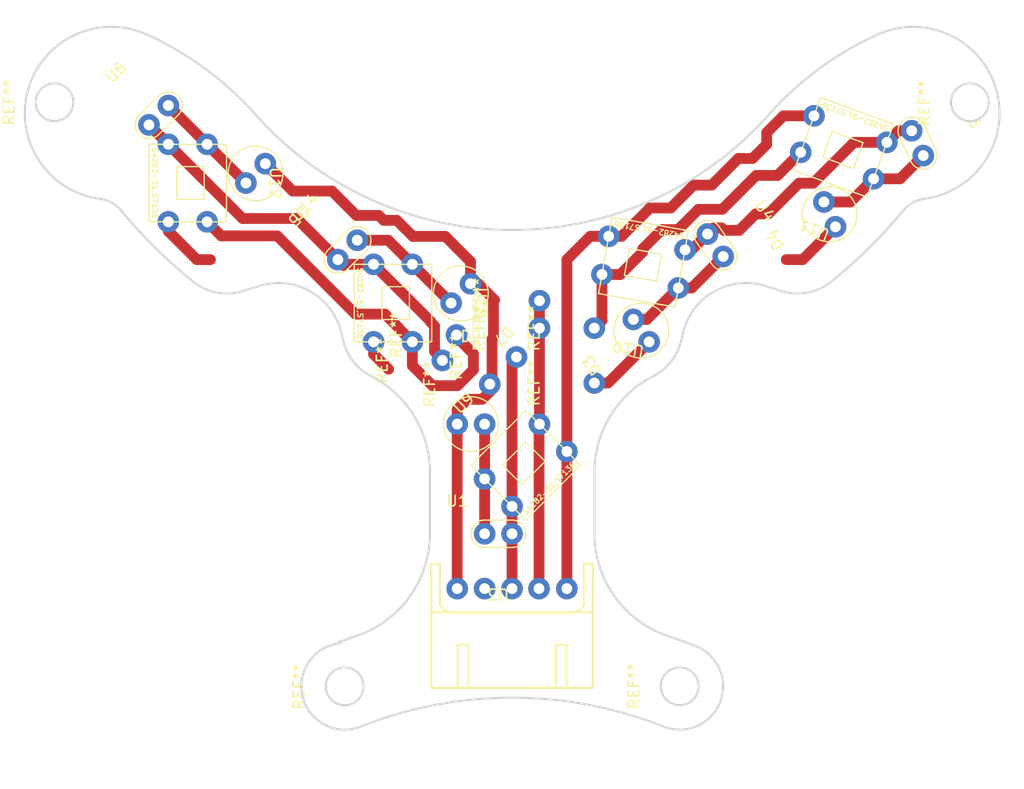
<source format=kicad_pcb>
(kicad_pcb (version 20211014) (generator pcbnew)
  (layers (0 "F.Cu" signal) (31 "B.Cu" signal) (34 "B.Paste" user) (35 "F.Paste" user) (36 "B.SilkS" user "B.Silkscreen") (37 "F.SilkS" user "F.Silkscreen") (38 "B.Mask" user) (39 "F.Mask" user) (44 "Edge.Cuts" user))
  (net 0 "")
  (net 1 "LINE_LED")
  (net 2 "Net-(D2-Pad2)")
  (net 3 "Net-(D3-Pad2)")
  (net 4 "Net-(D4-Pad2)")
  (net 5 "Net-(D5-Pad2)")
  (net 6 "Net-(D7-Pad2)")
  (net 7 "LINE_data")
  (net 8 "GND")
  (net 9 "+5V")
  (footprint "自分のフットプリント:セラミックコンデンサー" (layer "F.Cu") (at 108.207316 -25.632181 -65)
    (fp_text reference "U5" (at 0 -0.5 -65 unlocked) (layer "F.SilkS"))
    (fp_text value "セラミックコンデンサー")
    (fp_line (start -1.27 6.35) (end 1.27 6.35) (layer "F.SilkS") (width 0.12))
    (fp_line (start -1.27 3.81) (end 1.27 3.81) (layer "F.SilkS") (width 0.12))
    (fp_arc (start -1.27 6.35) (mid -2.54 5.08) (end -1.27 3.81) (layer "F.SilkS") (width 0.12))
    (fp_arc (start 1.27 3.81) (mid 2.54 5.08) (end 1.27 6.35) (layer "F.SilkS") (width 0.12))
    (pad "1" thru_hole circle (at -1.27 5.08 295) (size 2 2) (drill 1) (layers F&B.Cu *.Mask) (net 9 "+5V"))
    (pad "2" thru_hole circle (at 1.27 5.08 295) (size 2 2) (drill 1) (layers F&B.Cu *.Mask) (net 4 "Net-(D4-Pad2)"))
  )
  (footprint "MountingHole:MountingHole_3.2mm_M3" (layer "F.Cu") (at 23.649998 -27.27 90)
    (fp_text reference "REF**" (at 0 -4.2 90) (layer "F.SilkS"))
    (fp_text value "MountingHole_3.2mm_M3")
    (pad "" np_thru_hole circle (at 0 0 90) (size 3.2 3.2) (drill 3.2) (layers *.Cu *.Mask))
  )
  (footprint "自分のフットプリント:ジャンパ線" (layer "F.Cu") (at 63.499998 -8.89 90)
    (fp_text reference "REF**" (at 0 -0.5 90 unlocked) (layer "F.SilkS"))
    (fp_text value "ジャンパ線")
    (pad "1" thru_hole circle (at 0 5.08 90) (size 2 2) (drill 1) (layers *.Cu *.Mask))
  )
  (footprint "自分のフットプリント:S4282-51,S7136" (layer "F.Cu") (at 94.168575 -15.943219 160)
    (fp_text reference "U11" (at 0 -0.5 160 unlocked) (layer "F.SilkS"))
    (fp_text value "S3")
    (fp_text user "S4282-51,S7136" (at 0 10.668 160 unlocked) (layer "F.SilkS") (effects (font (size 0.5 0.5) (thickness 0.1))))
    (fp_line (start -3.592102 11.212102) (end -3.592102 4.027898) (layer "F.SilkS") (width 0.12))
    (fp_line (start 3.592102 4.027898) (end 3.592102 11.212102) (layer "F.SilkS") (width 0.12))
    (fp_line (start -3.592102 4.027898) (end 3.592102 4.027898) (layer "F.SilkS") (width 0.12))
    (fp_line (start 3.592102 11.212102) (end -3.592102 11.212102) (layer "F.SilkS") (width 0.12))
    (fp_rect (start -1.524 6.096) (end 1.524 8.636) (layer "F.SilkS") (width 0.12) (fill none))
    (pad "1" thru_hole circle (at -3.592102 5.823949 205) (size 2 2) (drill 1) (layers F&B.Cu *.Mask) (net 4 "Net-(D4-Pad2)"))
    (pad "2" thru_hole circle (at -3.592102 9.416051 205) (size 2 2) (drill 1) (layers F&B.Cu *.Mask) (net 9 "+5V"))
    (pad "3" thru_hole circle (at 3.592102 9.416051 205) (size 2 2) (drill 1) (layers F&B.Cu *.Mask) (net 7 "LINE_data"))
    (pad "4" thru_hole circle (at 3.592102 5.823949 205) (size 2 2) (drill 1) (layers F&B.Cu *.Mask) (net 8 "GND"))
  )
  (footprint "自分のフットプリント:ジャンパ線" (layer "F.Cu") (at 68.579998 -1.27 90)
    (fp_text reference "REF**" (at 0 -0.5 90 unlocked) (layer "F.SilkS"))
    (fp_text value "ジャンパ線")
    (pad "1" thru_hole circle (at 0 5.08 90) (size 2 2) (drill 1) (layers F&B.Cu *.Mask))
  )
  (footprint "自分のフットプリント:セラミックコンデンサー" (layer "F.Cu") (at 29.709614 -29.672231 45)
    (fp_text reference "U6" (at 0 -0.499999 45 unlocked) (layer "F.SilkS"))
    (fp_text value "セラミックコンデンサー")
    (fp_line (start -1.27 6.35) (end 1.27 6.35) (layer "F.SilkS") (width 0.12))
    (fp_line (start -1.27 3.81) (end 1.27 3.81) (layer "F.SilkS") (width 0.12))
    (fp_arc (start 1.27 3.81) (mid 2.54 5.08) (end 1.27 6.35) (layer "F.SilkS") (width 0.12))
    (fp_arc (start -1.27 6.35) (mid -2.54 5.08) (end -1.27 3.81) (layer "F.SilkS") (width 0.12))
    (pad "1" thru_hole circle (at -1.27 5.08 45) (size 2 2) (drill 1) (layers *.Cu *.Mask) (net 9 "+5V"))
    (pad "2" thru_hole circle (at 1.27 5.08 45) (size 2 2) (drill 1) (layers *.Cu *.Mask) (net 5 "Net-(D5-Pad2)"))
  )
  (footprint "MountingHole:MountingHole_3.2mm_M3" (layer "F.Cu") (at 81.509998 26.81 90)
    (fp_text reference "REF**" (at 0 -4.2 90) (layer "F.SilkS"))
    (fp_text value "MountingHole_3.2mm_M3")
    (pad "" np_thru_hole circle (at 0 0 90) (size 3.2 3.2) (drill 3.2) (layers F&B.Cu *.Mask))
  )
  (footprint "自分のフットプリント:S4282-51,S7136" (layer "F.Cu") (at 76.895559 -4.962707 170)
    (fp_text reference "U10" (at 0 -0.5 170 unlocked) (layer "F.SilkS"))
    (fp_text value "S2")
    (fp_text user "S4282-51,S7136" (at 0 10.668 170 unlocked) (layer "F.SilkS") (effects (font (size 0.5 0.5) (thickness 0.1))))
    (fp_line (start 3.592102 4.027898) (end 3.592102 11.212102) (layer "F.SilkS") (width 0.12))
    (fp_line (start -3.592102 11.212102) (end -3.592102 4.027898) (layer "F.SilkS") (width 0.12))
    (fp_line (start 3.592102 11.212102) (end -3.592102 11.212102) (layer "F.SilkS") (width 0.12))
    (fp_line (start -3.592102 4.027898) (end 3.592102 4.027898) (layer "F.SilkS") (width 0.12))
    (fp_rect (start -1.524 6.096) (end 1.524 8.636) (layer "F.SilkS") (width 0.12) (fill none))
    (pad "1" thru_hole circle (at -3.592102 5.823949 215) (size 2 2) (drill 1) (layers F&B.Cu *.Mask) (net 3 "Net-(D3-Pad2)"))
    (pad "2" thru_hole circle (at -3.592102 9.416051 215) (size 2 2) (drill 1) (layers F&B.Cu *.Mask) (net 9 "+5V"))
    (pad "3" thru_hole circle (at 3.592102 9.416051 215) (size 2 2) (drill 1) (layers F&B.Cu *.Mask) (net 7 "LINE_data"))
    (pad "4" thru_hole circle (at 3.592102 5.823949 215) (size 2 2) (drill 1) (layers F&B.Cu *.Mask) (net 8 "GND"))
  )
  (footprint "自分のフットプリント:LED" (layer "F.Cu") (at 62.229998 -2.54)
    (fp_text reference "D2" (at 0 -3.04 unlocked) (layer "F.SilkS"))
    (fp_text value "LED")
    (fp_circle (center 0 5.08) (end 0 2.54) (layer "F.SilkS") (width 0.12) (fill none))
    (pad "1" thru_hole circle (at -1.27 5.08) (size 2 2) (drill 1) (layers F&B.Cu *.Mask) (net 1 "LINE_LED"))
    (pad "2" thru_hole circle (at 1.27 5.08) (size 2 2) (drill 1) (layers F&B.Cu *.Mask) (net 2 "Net-(D2-Pad2)"))
  )
  (footprint "MountingHole:MountingHole_3.2mm_M3" (layer "F.Cu") (at 50.489998 26.88 90)
    (fp_text reference "REF**" (at 0 -4.2 90) (layer "F.SilkS"))
    (fp_text value "MountingHole_3.2mm_M3")
    (pad "" np_thru_hole circle (at 0 0 90) (size 3.2 3.2) (drill 3.2) (layers F&B.Cu *.Mask))
  )
  (footprint "自分のフットプリント:ジャンパ線" (layer "F.Cu") (at 63.499998 -6.35 90)
    (fp_text reference "REF**" (at 0 -0.5 90 unlocked) (layer "F.SilkS"))
    (fp_text value "ジャンパ線")
    (pad "1" thru_hole circle (at 0 5.08 90) (size 2 2) (drill 1) (layers F&B.Cu *.Mask))
  )
  (footprint "自分のフットプリント:ジャンパ線" (layer "F.Cu") (at 58.899998 -1.16 90)
    (fp_text reference "REF**" (at 0 -0.5 90 unlocked) (layer "F.SilkS"))
    (fp_text value "ジャンパ線")
    (pad "1" thru_hole circle (at 0 5.08 90) (size 2 2) (drill 1) (layers F&B.Cu *.Mask))
  )
  (footprint "自分のフットプリント:S4282-51,S7136" (layer "F.Cu") (at 43.615793 -19.793949 -90)
    (fp_text reference "U12" (at 0 -0.5 -90 unlocked) (layer "F.SilkS"))
    (fp_text value "S0")
    (fp_text user "S4282-51,S7136" (at 0 10.668 -90 unlocked) (layer "F.SilkS") (effects (font (size 0.5 0.5) (thickness 0.1))))
    (fp_line (start -3.592102 11.212102) (end -3.592102 4.027898) (layer "F.SilkS") (width 0.12))
    (fp_line (start 3.592102 11.212102) (end -3.592102 11.212102) (layer "F.SilkS") (width 0.12))
    (fp_line (start 3.592102 4.027898) (end 3.592102 11.212102) (layer "F.SilkS") (width 0.12))
    (fp_line (start -3.592102 4.027898) (end 3.592102 4.027898) (layer "F.SilkS") (width 0.12))
    (fp_rect (start -1.524 6.096) (end 1.524 8.636) (layer "F.SilkS") (width 0.12) (fill none))
    (pad "1" thru_hole circle (at -3.592102 5.823949 315) (size 2 2) (drill 1) (layers *.Cu *.Mask) (net 5 "Net-(D5-Pad2)"))
    (pad "2" thru_hole circle (at -3.592102 9.416051 315) (size 2 2) (drill 1) (layers *.Cu *.Mask) (net 9 "+5V"))
    (pad "3" thru_hole circle (at 3.592102 9.416051 315) (size 2 2) (drill 1) (layers *.Cu *.Mask) (net 7 "LINE_data"))
    (pad "4" thru_hole circle (at 3.592102 5.823949 315) (size 2 2) (drill 1) (layers *.Cu *.Mask) (net 8 "GND"))
  )
  (footprint "自分のフットプリント:L字コネクター5ピン" (layer "F.Cu") (at 60.959998 10.16)
    (fp_text reference "U1" (at 0 -0.5 unlocked) (layer "F.SilkS"))
    (fp_text value "コネクター5ピン")
    (fp_line (start 9.12 12.82) (end 10.12 12.82) (layer "F.SilkS") (width 0.2))
    (fp_line (start 5.12 16.82) (end 2.67 16.82) (layer "F.SilkS") (width 0.2))
    (fp_line (start -2.41 9.82) (end -2.41 5.32) (layer "F.SilkS") (width 0.2))
    (fp_line (start 2.67 16.82) (end 0.13 16.82) (layer "F.SilkS") (width 0.2))
    (fp_line (start 1.04 16.82) (end 1.04 12.82) (layer "F.SilkS") (width 0.2))
    (fp_line (start 4.47 9.82) (end 12.57 9.82) (layer "F.SilkS") (width 0.2))
    (fp_line (start -1.61 5.32) (end -1.61 8.82) (layer "F.SilkS") (width 0.2))
    (fp_line (start 10.12 16.82) (end 9.12 16.82) (layer "F.SilkS") (width 0.2))
    (fp_line (start 9.12 12.82) (end 9.12 16.82) (layer "F.SilkS") (width 0.2))
    (fp_line (start 2.67 9.82) (end 4.47 9.82) (layer "F.SilkS") (width 0.2))
    (fp_line (start -2.41 5.32) (end -1.61 5.32) (layer "F.SilkS") (width 0.2))
    (fp_line (start 1.04 12.82) (end 0.04 12.82) (layer "F.SilkS") (width 0.2))
    (fp_line (start -2.41 9.82) (end 1.93 9.82) (layer "F.SilkS") (width 0.2))
    (fp_line (start 1.93 9.82) (end 2.67 9.82) (layer "F.SilkS") (width 0.2))
    (fp_line (start 6.12 16.82) (end 5.12 16.82) (layer "F.SilkS") (width 0.2))
    (fp_line (start 0.13 16.82) (end -2.41 16.82) (layer "F.SilkS") (width 0.2))
    (fp_line (start 0.04 12.82) (end 0.04 16.82) (layer "F.SilkS") (width 0.2))
    (fp_line (start 10.12 12.82) (end 10.12 16.82) (layer "F.SilkS") (width 0.2))
    (fp_line (start 12.57 16.82) (end 10.12 16.82) (layer "F.SilkS") (width 0.2))
    (fp_line (start 12.57 9.82) (end 12.57 16.82) (layer "F.SilkS") (width 0.2))
    (fp_line (start 6.12 16.82) (end 9.12 16.82) (layer "F.SilkS") (width 0.2))
    (fp_line (start 11.77 8.82) (end 11.77 5.32) (layer "F.SilkS") (width 0.2))
    (fp_line (start 9.12 16.82) (end 9.12 12.82) (layer "F.SilkS") (width 0.2))
    (fp_line (start 11.77 5.32) (end 12.57 5.32) (layer "F.SilkS") (width 0.2))
    (fp_line (start 12.57 5.32) (end 12.57 9.82) (layer "F.SilkS") (width 0.2))
    (fp_line (start 9.12 16.82) (end 6.12 16.82) (layer "F.SilkS") (width 0.2))
    (fp_line (start -2.41 16.82) (end -2.41 9.82) (layer "F.SilkS") (width 0.2))
    (fp_arc (start -0.61 9.82) (mid -1.317107 9.527107) (end -1.61 8.82) (layer "F.SilkS") (width 0.2))
    (fp_arc (start 11.77 8.82) (mid 11.477107 9.527107) (end 10.77 9.82) (layer "F.SilkS") (width 0.2))
    (pad "1" thru_hole circle (at 0 7.62 180) (size 2 2) (drill 1) (layers F&B.Cu *.Mask) (net 1 "LINE_LED"))
    (pad "2" thru_hole circle (at 2.54 7.62 180) (size 2 2) (drill 1) (layers F&B.Cu *.Mask))
    (pad "3" thru_hole circle (at 5.08 7.62 180) (size 2 2) (drill 1) (layers F&B.Cu *.Mask) (net 9 "+5V"))
    (pad "4" thru_hole circle (at 7.58 7.62 180) (size 2 2) (drill 1) (layers F&B.Cu *.Mask) (net 8 "GND"))
    (pad "5" thru_hole circle (at 10.16 7.62 180) (size 2 2) (drill 1) (layers F&B.Cu *.Mask) (net 7 "LINE_data"))
  )
  (footprint "自分のフットプリント:ジャンパ線" (layer "F.Cu") (at 61.369998 -3.68 90)
    (fp_text reference "REF**" (at 0 -0.5 90 unlocked) (layer "F.SilkS"))
    (fp_text value "ジャンパ線")
    (pad "1" thru_hole circle (at 0 5.08 90) (size 2 2) (drill 1) (layers F&B.Cu *.Mask))
  )
  (footprint "自分のフットプリント:S4282-51,S7136" (layer "F.Cu") (at 62.628407 -8.672102 -90)
    (fp_text reference "U15" (at 0 -0.5 -90 unlocked) (layer "F.SilkS"))
    (fp_text value "S0")
    (fp_text user "S4282-51,S7136" (at 0 10.668 -90 unlocked) (layer "F.SilkS") (effects (font (size 0.5 0.5) (thickness 0.1))))
    (fp_line (start -3.592102 4.027898) (end 3.592102 4.027898) (layer "F.SilkS") (width 0.12))
    (fp_line (start -3.592102 11.212102) (end -3.592102 4.027898) (layer "F.SilkS") (width 0.12))
    (fp_line (start 3.592102 4.027898) (end 3.592102 11.212102) (layer "F.SilkS") (width 0.12))
    (fp_line (start 3.592102 11.212102) (end -3.592102 11.212102) (layer "F.SilkS") (width 0.12))
    (fp_rect (start -1.524 6.096) (end 1.524 8.636) (layer "F.SilkS") (width 0.12) (fill none))
    (pad "1" thru_hole circle (at -3.592102 5.823949 315) (size 2 2) (drill 1) (layers *.Cu *.Mask) (net 6 "Net-(D7-Pad2)"))
    (pad "2" thru_hole circle (at -3.592102 9.416051 315) (size 2 2) (drill 1) (layers *.Cu *.Mask) (net 9 "+5V"))
    (pad "3" thru_hole circle (at 3.592102 9.416051 315) (size 2 2) (drill 1) (layers *.Cu *.Mask) (net 7 "LINE_data"))
    (pad "4" thru_hole circle (at 3.592102 5.823949 315) (size 2 2) (drill 1) (layers *.Cu *.Mask) (net 8 "GND"))
  )
  (footprint "自分のフットプリント:セラミックコンデンサー" (layer "F.Cu") (at 47.207893 -17.190128 45)
    (fp_text reference "U14" (at 0 -0.499999 45 unlocked) (layer "F.SilkS"))
    (fp_text value "セラミックコンデンサー")
    (fp_line (start -1.27 3.81) (end 1.27 3.81) (layer "F.SilkS") (width 0.12))
    (fp_line (start -1.27 6.35) (end 1.27 6.35) (layer "F.SilkS") (width 0.12))
    (fp_arc (start -1.27 6.35) (mid -2.54 5.08) (end -1.27 3.81) (layer "F.SilkS") (width 0.12))
    (fp_arc (start 1.27 3.81) (mid 2.54 5.08) (end 1.27 6.35) (layer "F.SilkS") (width 0.12))
    (pad "1" thru_hole circle (at -1.27 5.08 45) (size 2 2) (drill 1) (layers *.Cu *.Mask) (net 9 "+5V"))
    (pad "2" thru_hole circle (at 1.27 5.08 45) (size 2 2) (drill 1) (layers *.Cu *.Mask) (net 6 "Net-(D7-Pad2)"))
  )
  (footprint "MountingHole:MountingHole_3.2mm_M3" (layer "F.Cu") (at 108.445225 -27.23 90)
    (fp_text reference "REF**" (at 0 -4.2 90) (layer "F.SilkS"))
    (fp_text value "MountingHole_3.2mm_M3")
    (pad "" np_thru_hole circle (at 0 0 90) (size 3.2 3.2) (drill 3.2) (layers F&B.Cu *.Mask))
  )
  (footprint "自分のフットプリント:ジャンパ線" (layer "F.Cu") (at 55.819998 -5.72 90)
    (fp_text reference "REF**" (at 0 -0.5 90 unlocked) (layer "F.SilkS"))
    (fp_text value "ジャンパ線")
    (pad "1" thru_hole circle (at 0 5.08 90) (size 2 2) (drill 1) (layers F&B.Cu *.Mask))
  )
  (footprint "自分のフットプリント:LED" (layer "F.Cu") (at 90.864592 -14.742557 115)
    (fp_text reference "D4" (at 0 -0.5 115 unlocked) (layer "F.SilkS"))
    (fp_text value "LED")
    (fp_circle (center 0 5.08) (end 0 2.54) (layer "F.SilkS") (width 0.12) (fill none))
    (pad "1" thru_hole circle (at -1.27 5.08 115) (size 2 2) (drill 1) (layers F&B.Cu *.Mask) (net 1 "LINE_LED"))
    (pad "2" thru_hole circle (at 1.27 5.08 115) (size 2 2) (drill 1) (layers F&B.Cu *.Mask) (net 4 "Net-(D4-Pad2)"))
  )
  (footprint "自分のフットプリント:LED" (layer "F.Cu") (at 64.886689 -5.978025 -135)
    (fp_text reference "D7" (at 0 -0.499999 -135 unlocked) (layer "F.SilkS"))
    (fp_text value "LED")
    (fp_circle (center 0 5.08) (end 0 2.54) (layer "F.SilkS") (width 0.12) (fill none))
    (pad "1" thru_hole circle (at -1.27 5.08 225) (size 2 2) (drill 1) (layers *.Cu *.Mask) (net 1 "LINE_LED"))
    (pad "2" thru_hole circle (at 1.27 5.08 225) (size 2 2) (drill 1) (layers *.Cu *.Mask) (net 6 "Net-(D7-Pad2)"))
  )
  (footprint "自分のフットプリント:LED" (layer "F.Cu") (at 45.874075 -17.099872 -135)
    (fp_text reference "D5" (at 0 -0.499999 -135 unlocked) (layer "F.SilkS"))
    (fp_text value "LED")
    (fp_circle (center 0 5.08) (end 0 2.54) (layer "F.SilkS") (width 0.12) (fill none))
    (pad "1" thru_hole circle (at -1.27 5.08 225) (size 2 2) (drill 1) (layers *.Cu *.Mask) (net 1 "LINE_LED"))
    (pad "2" thru_hole circle (at 1.27 5.08 225) (size 2 2) (drill 1) (layers *.Cu *.Mask) (net 5 "Net-(D5-Pad2)"))
  )
  (footprint "自分のフットプリント:セラミックコンデンサー" (layer "F.Cu") (at 89.038549 -16.942275 -55)
    (fp_text reference "U4" (at 0 -0.5 -55 unlocked) (layer "F.SilkS"))
    (fp_text value "セラミックコンデンサー")
    (fp_line (start -1.27 6.35) (end 1.27 6.35) (layer "F.SilkS") (width 0.12))
    (fp_line (start -1.27 3.81) (end 1.27 3.81) (layer "F.SilkS") (width 0.12))
    (fp_arc (start -1.27 6.35) (mid -2.54 5.08) (end -1.27 3.81) (layer "F.SilkS") (width 0.12))
    (fp_arc (start 1.27 3.81) (mid 2.54 5.08) (end 1.27 6.35) (layer "F.SilkS") (width 0.12))
    (pad "1" thru_hole circle (at -1.27 5.08 305) (size 2 2) (drill 1) (layers F&B.Cu *.Mask) (net 9 "+5V"))
    (pad "2" thru_hole circle (at 1.27 5.08 305) (size 2 2) (drill 1) (layers F&B.Cu *.Mask) (net 3 "Net-(D3-Pad2)"))
  )
  (footprint "自分のフットプリント:S4282-51,S7136" (layer "F.Cu") (at 61.921845 0.961846 45)
    (fp_text reference "U9" (at 0 -0.499999 45 unlocked) (layer "F.SilkS"))
    (fp_text value "S1")
    (fp_text user "S4282-51,S7136" (at 0 10.668 45 unlocked) (layer "F.SilkS") (effects (font (size 0.5 0.5) (thickness 0.1))))
    (fp_line (start 3.592102 11.212102) (end -3.592102 11.212102) (layer "F.SilkS") (width 0.12))
    (fp_line (start -3.592102 4.027898) (end 3.592102 4.027898) (layer "F.SilkS") (width 0.12))
    (fp_line (start -3.592102 11.212102) (end -3.592102 4.027898) (layer "F.SilkS") (width 0.12))
    (fp_line (start 3.592102 4.027898) (end 3.592102 11.212102) (layer "F.SilkS") (width 0.12))
    (fp_rect (start -1.524 6.096) (end 1.524 8.636) (layer "F.SilkS") (width 0.12) (fill none))
    (pad "1" thru_hole circle (at -3.592102 5.823949 90) (size 2 2) (drill 1) (layers F&B.Cu *.Mask) (net 2 "Net-(D2-Pad2)"))
    (pad "2" thru_hole circle (at -3.592102 9.416051 90) (size 2 2) (drill 1) (layers F&B.Cu *.Mask) (net 9 "+5V"))
    (pad "3" thru_hole circle (at 3.592102 9.416051 90) (size 2 2) (drill 1) (layers F&B.Cu *.Mask) (net 7 "LINE_data"))
    (pad "4" thru_hole circle (at 3.592102 5.823949 90) (size 2 2) (drill 1) (layers F&B.Cu *.Mask) (net 8 "GND"))
  )
  (footprint "自分のフットプリント:ジャンパ線" (layer "F.Cu") (at 54.509998 -3.36 90)
    (fp_text reference "REF**" (at 0 -0.5 90 unlocked) (layer "F.SilkS"))
    (fp_text value "ジャンパ線")
    (pad "1" thru_hole circle (at 0 5.08 90) (size 2 2) (drill 1) (layers F&B.Cu *.Mask))
  )
  (footprint "自分のフットプリント:ジャンパ線" (layer "F.Cu") (at 68.579998 -6.35 90)
    (fp_text reference "REF**" (at 0 -0.5 90 unlocked) (layer "F.SilkS"))
    (fp_text value "ジャンパ線")
    (pad "1" thru_hole circle (at 0 5.08 90) (size 2 2) (drill 1) (layers F&B.Cu *.Mask))
  )
  (footprint "自分のフットプリント:LED" (layer "F.Cu") (at 73.850264 -3.206555 125)
    (fp_text reference "D3" (at 0 -0.5 125 unlocked) (layer "F.SilkS"))
    (fp_text value "LED")
    (fp_circle (center 0 5.08) (end 0 2.54) (layer "F.SilkS") (width 0.12) (fill none))
    (pad "1" thru_hole circle (at -1.27 5.08 125) (size 2 2) (drill 1) (layers F&B.Cu *.Mask) (net 1 "LINE_LED"))
    (pad "2" thru_hole circle (at 1.27 5.08 125) (size 2 2) (drill 1) (layers F&B.Cu *.Mask) (net 3 "Net-(D3-Pad2)"))
  )
  (footprint "自分のフットプリント:セラミックコンデンサー" (layer "F.Cu") (at 64.769998 17.78 180)
    (fp_text reference "U3" (at 0 -0.5 180 unlocked) (layer "F.SilkS"))
    (fp_text value "セラミックコンデンサー")
    (fp_line (start -1.27 6.35) (end 1.27 6.35) (layer "F.SilkS") (width 0.12))
    (fp_line (start -1.27 3.81) (end 1.27 3.81) (layer "F.SilkS") (width 0.12))
    (fp_arc (start -1.27 6.35) (mid -2.54 5.08) (end -1.27 3.81) (layer "F.SilkS") (width 0.12))
    (fp_arc (start 1.27 3.81) (mid 2.54 5.08) (end 1.27 6.35) (layer "F.SilkS") (width 0.12))
    (pad "1" thru_hole circle (at -1.27 5.08 180) (size 2 2) (drill 1) (layers F&B.Cu *.Mask) (net 9 "+5V"))
    (pad "2" thru_hole circle (at 1.27 5.08 180) (size 2 2) (drill 1) (layers F&B.Cu *.Mask) (net 2 "Net-(D2-Pad2)"))
  )
  (gr_arc (start 89.839958 -26.138521) (mid 66.043394 -15.450828) (end 42.254778 -26.156204) (layer "Edge.Cuts") (width 0.2))
  (gr_line (start 58.435226 6.999972) (end 58.435226 12.690459) (layer "Edge.Cuts") (width 0.2))
  (gr_arc (start 27.87801 -18.331028) (mid 28.94209 -17.982568) (end 29.804313 -17.26823) (layer "Edge.Cuts") (width 0.2))
  (gr_arc (start 41.181974 -9.805413) (mid 38.721791 -9.638523) (end 36.480995 -10.667713) (layer "Edge.Cuts") (width 0.2))
  (gr_arc (start 52.984889 -1.905114) (mid 56.964487 1.779658) (end 58.435226 6.999972) (layer "Edge.Cuts") (width 0.2))
  (gr_circle (center 81.576075 26.830726) (end 83.326075 26.830726) (layer "Edge.Cuts") (width 0.2) (fill none))
  (gr_arc (start 36.480995 -10.667713) (mid 32.977607 -13.80102) (end 29.804313 -17.26823) (layer "Edge.Cuts") (width 0.2))
  (gr_line (start 81.718965 -5.217352) (end 81.87827 -5.897462) (layer "Edge.Cuts") (width 0.2))
  (gr_arc (start 52.984889 -1.905114) (mid 51.322888 -3.275215) (end 50.391487 -5.217352) (layer "Edge.Cuts") (width 0.2))
  (gr_arc (start 32.362736 -33.479019) (mid 37.68832 -30.330345) (end 42.254778 -26.156204) (layer "Edge.Cuts") (width 0.2))
  (gr_arc (start 52.011958 30.563405) (mid 46.639809 27.80462) (end 50.081092 22.841907) (layer "Edge.Cuts") (width 0.2))
  (gr_arc (start 73.675226 6.999972) (mid 75.145963 1.779657) (end 79.125563 -1.905114) (layer "Edge.Cuts") (width 0.2))
  (gr_circle (center 108.460453 -27.277263) (end 110.210453 -27.277263) (layer "Edge.Cuts") (width 0.2) (fill none))
  (gr_circle (center 23.649999 -27.277263) (end 25.399999 -27.277263) (layer "Edge.Cuts") (width 0.2) (fill none))
  (gr_line (start 89.481062 -10.264878) (end 90.928478 -9.805413) (layer "Edge.Cuts") (width 0.2))
  (gr_line (start 41.181974 -9.805413) (end 42.629387 -10.264887) (layer "Edge.Cuts") (width 0.2))
  (gr_arc (start 108.850535 -20.596277) (mid 106.728529 -19.082368) (end 104.232467 -18.331028) (layer "Edge.Cuts") (width 0.2))
  (gr_line (start 49.982308 22.743123) (end 50.081092 22.841907) (layer "Edge.Cuts") (width 0.2))
  (gr_arc (start 81.87827 -5.897462) (mid 84.73148 -9.731771) (end 89.481062 -10.264878) (layer "Edge.Cuts") (width 0.2))
  (gr_arc (start 81.718965 -5.217352) (mid 80.787544 -3.275232) (end 79.125563 -1.905114) (layer "Edge.Cuts") (width 0.2))
  (gr_line (start 95.629457 -10.667713) (end 97.048092 -11.86122) (layer "Edge.Cuts") (width 0.2))
  (gr_arc (start 83.053656 23.098046) (mid 85.308759 28.308312) (end 80.098494 30.563405) (layer "Edge.Cuts") (width 0.2))
  (gr_arc (start 95.629457 -10.667713) (mid 93.388669 -9.638503) (end 90.928478 -9.805413) (layer "Edge.Cuts") (width 0.2))
  (gr_arc (start 27.87801 -18.331028) (mid 21.234204 -28.535864) (end 32.362736 -33.479019) (layer "Edge.Cuts") (width 0.2))
  (gr_line (start 108.850535 -20.596277) (end 108.862228 -20.607971) (layer "Edge.Cuts") (width 0.2))
  (gr_arc (start 58.435226 12.690459) (mid 56.539591 18.548725) (end 51.571371 22.185963) (layer "Edge.Cuts") (width 0.2))
  (gr_arc (start 52.011958 30.563405) (mid 66.055226 27.885) (end 80.098494 30.563405) (layer "Edge.Cuts") (width 0.2))
  (gr_line (start 50.232182 -5.897462) (end 50.391487 -5.217352) (layer "Edge.Cuts") (width 0.2))
  (gr_arc (start 102.306163 -17.26823) (mid 103.168379 -17.982572) (end 104.232467 -18.331028) (layer "Edge.Cuts") (width 0.2))
  (gr_arc (start 102.306163 -17.26823) (mid 99.794079 -14.467863) (end 97.066296 -11.877145) (layer "Edge.Cuts") (width 0.2))
  (gr_arc (start 42.629387 -10.264887) (mid 47.378993 -9.731795) (end 50.232182 -5.897462) (layer "Edge.Cuts") (width 0.2))
  (gr_line (start 97.048092 -11.86122) (end 97.066296 -11.877145) (layer "Edge.Cuts") (width 0.2))
  (gr_arc (start 99.747716 -33.479019) (mid 109.734162 -30.888128) (end 108.862228 -20.607971) (layer "Edge.Cuts") (width 0.2))
  (gr_circle (center 50.534377 26.830726) (end 52.284377 26.830726) (layer "Edge.Cuts") (width 0.2) (fill none))
  (gr_line (start 83.053656 23.098046) (end 80.539081 22.185963) (layer "Edge.Cuts") (width 0.2))
  (gr_line (start 51.571371 22.185963) (end 49.982308 22.743123) (layer "Edge.Cuts") (width 0.2))
  (gr_line (start 73.675226 12.690459) (end 73.675226 6.999972) (layer "Edge.Cuts") (width 0.2))
  (gr_arc (start 89.839958 -26.138521) (mid 94.412628 -30.323304) (end 99.747716 -33.479019) (layer "Edge.Cuts") (width 0.2))
  (gr_arc (start 80.539081 22.185963) (mid 75.570867 18.548721) (end 73.675226 12.690459) (layer "Edge.Cuts") (width 0.2))
  (segment (start 61.909998 0.24) (end 60.959998 1.19) (width 1) (layer "F.Cu") (net 1))
  (segment (start 64.189998 -0.67) (end 63.279998 0.24) (width 1) (layer "F.Cu") (net 1))
  (segment (start 64.419998 -8.96) (end 64.319998 -8.86) (width 1) (layer "F.Cu") (net 1))
  (segment (start 49.359998 -19.05) (end 51.619998 -16.79) (width 1) (layer "F.Cu") (net 1))
  (segment (start 64.319998 -5.49) (end 64.189998 -5.36) (width 1) (layer "F.Cu") (net 1))
  (segment (start 54.149998 -16.34) (end 55.359998 -16.34) (width 1) (layer "F.Cu") (net 1))
  (segment (start 56.849998 -14.85) (end 59.859998 -14.85) (width 1) (layer "F.Cu") (net 1))
  (segment (start 62.911845 -10.468153) (end 64.419998 -8.96) (width 1) (layer "F.Cu") (net 1))
  (segment (start 78.739998 -5.08) (end 74.929998 -1.27) (width 1) (layer "F.Cu") (net 1))
  (segment (start 59.859998 -14.85) (end 62.192612 -12.517386) (width 1) (layer "F.Cu") (net 1))
  (segment (start 64.189998 -5.36) (end 64.189998 -0.67) (width 1) (layer "F.Cu") (net 1))
  (segment (start 43.179998 -21.59) (end 45.719998 -19.05) (width 1) (layer "F.Cu") (net 1))
  (segment (start 60.959998 2.13) (end 60.959998 17.78) (width 1) (layer "F.Cu") (net 1))
  (segment (start 63.279998 0.24) (end 61.909998 0.24) (width 1) (layer "F.Cu") (net 1))
  (segment (start 53.699998 -16.79) (end 54.149998 -16.34) (width 1) (layer "F.Cu") (net 1))
  (segment (start 92.966914 -12.7) (end 91.439998 -12.7) (width 1) (layer "F.Cu") (net 1))
  (segment (start 74.929998 -1.27) (end 73.659998 -1.27) (width 1) (layer "F.Cu") (net 1))
  (segment (start 64.319998 -8.86) (end 64.319998 -5.49) (width 1) (layer "F.Cu") (net 1))
  (segment (start 62.192612 -10.468153) (end 62.911845 -10.468153) (width 1) (layer "F.Cu") (net 1))
  (segment (start 96.005361 -15.738447) (end 92.966914 -12.7) (width 1) (layer "F.Cu") (net 1))
  (segment (start 60.959998 1.19) (end 60.959998 2.54) (width 1) (layer "F.Cu") (net 1))
  (segment (start 45.719998 -19.05) (end 49.359998 -19.05) (width 1) (layer "F.Cu") (net 1))
  (segment (start 51.619998 -16.79) (end 53.699998 -16.79) (width 1) (layer "F.Cu") (net 1))
  (segment (start 55.359998 -16.34) (end 56.849998 -14.85) (width 1) (layer "F.Cu") (net 1))
  (segment (start 62.192612 -12.517386) (end 62.192612 -10.468153) (width 1) (layer "F.Cu") (net 1))
  (segment (start 63.499998 12.7) (end 63.499998 2.54) (width 1) (layer "F.Cu") (net 2))
  (segment (start 82.69193 -10.074415) (end 85.605699 -12.988184) (width 1) (layer "F.Cu") (net 3))
  (segment (start 77.283114 -7.160646) (end 78.530638 -7.160646) (width 1) (layer "F.Cu") (net 3))
  (segment (start 78.530638 -7.160646) (end 81.444407 -10.074415) (width 1) (layer "F.Cu") (net 3))
  (segment (start 81.444407 -10.074415) (end 82.69193 -10.074415) (width 1) (layer "F.Cu") (net 3))
  (segment (start 99.535955 -20.18737) (end 101.993099 -20.18737) (width 1) (layer "F.Cu") (net 4))
  (segment (start 94.93191 -18.040469) (end 97.389054 -18.040469) (width 1) (layer "F.Cu") (net 4))
  (segment (start 101.993099 -20.18737) (end 104.139998 -22.334269) (width 1) (layer "F.Cu") (net 4))
  (segment (start 97.389054 -18.040469) (end 99.535955 -20.18737) (width 1) (layer "F.Cu") (net 4))
  (segment (start 34.199742 -26.978154) (end 41.383947 -19.793949) (width 1) (layer "F.Cu") (net 5))
  (segment (start 51.698021 -14.496051) (end 54.572611 -14.496051) (width 1) (layer "F.Cu") (net 6))
  (segment (start 54.572611 -14.496051) (end 56.804458 -12.264204) (width 1) (layer "F.Cu") (net 6))
  (segment (start 56.804458 -12.264204) (end 60.396561 -8.672102) (width 1) (layer "F.Cu") (net 6))
  (segment (start 76.189467 -14.859469) (end 78.809998 -17.48) (width 1) (layer "F.Cu") (net 7))
  (segment (start 74.993109 -14.859469) (end 76.189467 -14.859469) (width 1) (layer "F.Cu") (net 7))
  (segment (start 36.829998 -12.7) (end 38.099998 -12.7) (width 1) (layer "F.Cu") (net 7))
  (segment (start 71.119998 -12.7) (end 73.279467 -14.859469) (width 1) (layer "F.Cu") (net 7))
  (segment (start 73.279467 -14.859469) (end 74.993109 -14.859469) (width 1) (layer "F.Cu") (net 7))
  (segment (start 87.009998 -22.07) (end 88.319998 -22.07) (width 1) (layer "F.Cu") (net 7))
  (segment (start 82.859998 -19.6) (end 84.539998 -19.6) (width 1) (layer "F.Cu") (net 7))
  (segment (start 71.119998 17.78) (end 71.119998 5.08) (width 1) (layer "F.Cu") (net 7))
  (segment (start 89.629998 -23.38) (end 89.629998 -24.47) (width 1) (layer "F.Cu") (net 7))
  (segment (start 78.809998 -17.48) (end 80.739998 -17.48) (width 1) (layer "F.Cu") (net 7))
  (segment (start 89.629998 -24.47) (end 91.179982 -26.019984) (width 1) (layer "F.Cu") (net 7))
  (segment (start 91.179982 -26.019984) (end 94.013582 -26.019984) (width 1) (layer "F.Cu") (net 7))
  (segment (start 53.212356 -3.937642) (end 54.609998 -2.54) (width 1) (layer "F.Cu") (net 7))
  (segment (start 71.119998 5.08) (end 71.119998 -12.7) (width 1) (layer "F.Cu") (net 7))
  (segment (start 34.199742 -15.330256) (end 36.829998 -12.7) (width 1) (layer "F.Cu") (net 7))
  (segment (start 53.212356 -5.08) (end 53.212356 -3.937642) (width 1) (layer "F.Cu") (net 7))
  (segment (start 84.539998 -19.6) (end 87.009998 -22.07) (width 1) (layer "F.Cu") (net 7))
  (segment (start 34.199742 -16.201847) (end 34.199742 -15.330256) (width 1) (layer "F.Cu") (net 7))
  (segment (start 88.319998 -22.07) (end 89.629998 -23.38) (width 1) (layer "F.Cu") (net 7))
  (segment (start 80.739998 -17.48) (end 82.859998 -19.6) (width 1) (layer "F.Cu") (net 7))
  (segment (start 92.785011 -22.644512) (end 90.640499 -20.5) (width 1) (layer "F.Cu") (net 8))
  (segment (start 55.549998 -6.33446) (end 56.804458 -5.08) (width 1) (layer "F.Cu") (net 8))
  (segment (start 85.519998 -17.36) (end 83.309998 -17.36) (width 1) (layer "F.Cu") (net 8))
  (segment (start 78.139998 -13.39) (end 76.071937 -11.321939) (width 1) (layer "F.Cu") (net 8))
  (segment (start 83.309998 -17.36) (end 81.429998 -15.48) (width 1) (layer "F.Cu") (net 8))
  (segment (start 68.579999 2.54) (end 68.439998 2.399999) (width 1) (layer "F.Cu") (net 8))
  (segment (start 54.269998 -7.65) (end 55.549998 -6.37) (width 1) (layer "F.Cu") (net 8))
  (segment (start 76.071937 -11.321939) (end 74.369347 -11.321939) (width 1) (layer "F.Cu") (net 8))
  (segment (start 51.529998 -7.65) (end 54.269998 -7.65) (width 1) (layer "F.Cu") (net 8))
  (segment (start 56.804458 -2.88554) (end 58.669998 -1.02) (width 1) (layer "F.Cu") (net 8))
  (segment (start 62.459998 -3.97) (end 60.729998 -5.7) (width 1) (layer "F.Cu") (net 8))
  (segment (start 58.669998 -1.02) (end 60.979998 -1.02) (width 1) (layer "F.Cu") (net 8))
  (segment (start 39.093691 -14.9) (end 44.279998 -14.9) (width 1) (layer "F.Cu") (net 8))
  (segment (start 60.729998 -5.7) (end 60.729998 -5.71) (width 1) (layer "F.Cu") (net 8))
  (segment (start 81.429998 -15.48) (end 79.929998 -15.48) (width 1) (layer "F.Cu") (net 8))
  (segment (start 79.929998 -15.48) (end 78.139998 -13.69) (width 1) (layer "F.Cu") (net 8))
  (segment (start 62.459998 -2.5) (end 62.459998 -3.97) (width 1) (layer "F.Cu") (net 8))
  (segment (start 37.791844 -16.201847) (end 39.093691 -14.9) (width 1) (layer "F.Cu") (net 8))
  (segment (start 74.369347 -11.321939) (end 74.369347 -7.059349) (width 1) (layer "F.Cu") (net 8))
  (segment (start 68.539998 17.78) (end 68.539998 2.580001) (width 1) (layer "F.Cu") (net 8))
  (segment (start 78.139998 -13.69) (end 78.139998 -13.39) (width 1) (layer "F.Cu") (net 8))
  (segment (start 60.979998 -1.02) (end 62.459998 -2.5) (width 1) (layer "F.Cu") (net 8))
  (segment (start 44.279998 -14.9) (end 51.529998 -7.65) (width 1) (layer "F.Cu") (net 8))
  (segment (start 68.539998 2.580001) (end 68.579999 2.54) (width 1) (layer "F.Cu") (net 8))
  (segment (start 88.659998 -20.5) (end 85.519998 -17.36) (width 1) (layer "F.Cu") (net 8))
  (segment (start 90.640499 -20.5) (end 88.659998 -20.5) (width 1) (layer "F.Cu") (net 8))
  (segment (start 68.579999 2.54) (end 68.579998 -8.89) (width 1) (layer "F.Cu") (net 8))
  (segment (start 55.549998 -6.37) (end 55.549998 -6.33446) (width 1) (layer "F.Cu") (net 8))
  (segment (start 56.804458 -5.08) (end 56.804458 -2.88554) (width 1) (layer "F.Cu") (net 8))
  (segment (start 74.369347 -7.059349) (end 73.659998 -6.35) (width 1) (layer "F.Cu") (net 8))
  (segment (start 82.068169 -13.611945) (end 82.69193 -13.611945) (width 1) (layer "F.Cu") (net 9))
  (segment (start 85.669998 -15.41) (end 85.439998 -15.64) (width 1) (layer "F.Cu") (net 9))
  (segment (start 93.939998 -19.78) (end 92.619998 -19.78) (width 1) (layer "F.Cu") (net 9))
  (segment (start 84.719985 -15.64) (end 84.148815 -15.06883) (width 1) (layer "F.Cu") (net 9))
  (segment (start 92.619998 -19.78) (end 89.769998 -16.93) (width 1) (layer "F.Cu") (net 9))
  (segment (start 97.722839 -23.562841) (end 93.939998 -19.78) (width 1) (layer "F.Cu") (net 9))
  (segment (start 100.764526 -23.562841) (end 97.722839 -23.562841) (width 1) (layer "F.Cu") (net 9))
  (segment (start 41.075793 -16.51) (end 46.09197 -16.51) (width 1) (layer "F.Cu") (net 9))
  (segment (start 88.609998 -16.93) (end 87.089998 -15.41) (width 1) (layer "F.Cu") (net 9))
  (segment (start 58.859998 -6.55) (end 58.859998 -4.2) (width 1) (layer "F.Cu") (net 9))
  (segment (start 41.075793 -16.51) (end 34.199742 -23.386051) (width 1) (layer "F.Cu") (net 9))
  (segment (start 53.212356 -12.264204) (end 58.504458 -6.972102) (width 1) (layer "F.Cu") (net 9))
  (segment (start 49.929998 -12.7) (end 50.479998 -12.15) (width 1) (layer "F.Cu") (net 9))
  (segment (start 89.769998 -16.93) (end 88.609998 -16.93) (width 1) (layer "F.Cu") (net 9))
  (segment (start 50.594202 -12.264204) (end 53.212356 -12.264204) (width 1) (layer "F.Cu") (net 9))
  (segment (start 46.09197 -16.51) (end 49.90197 -12.7) (width 1) (layer "F.Cu") (net 9))
  (segment (start 34.199742 -23.386051) (end 32.403691 -25.182103) (width 1) (layer "F.Cu") (net 9))
  (segment (start 58.504458 -6.90554) (end 58.859998 -6.55) (width 1) (layer "F.Cu") (net 9))
  (segment (start 49.90197 -12.7) (end 49.929998 -12.7) (width 1) (layer "F.Cu") (net 9))
  (segment (start 103.066547 -24.636291) (end 101.837976 -24.636291) (width 1) (layer "F.Cu") (net 9))
  (segment (start 66.039998 17.78) (end 66.039999 10.159999) (width 1) (layer "F.Cu") (net 9))
  (segment (start 58.504458 -6.972102) (end 58.504458 -6.90554) (width 1) (layer "F.Cu") (net 9))
  (segment (start 66.039999 10.159999) (end 66.039998 -3.81) (width 1) (layer "F.Cu") (net 9))
  (segment (start 87.089998 -15.41) (end 85.669998 -15.41) (width 1) (layer "F.Cu") (net 9))
  (segment (start 50.479998 -12.15) (end 50.594202 -12.264204) (width 1) (layer "F.Cu") (net 9))
  (segment (start 85.439998 -15.64) (end 84.719985 -15.64) (width 1) (layer "F.Cu") (net 9))
  (segment (start 101.837976 -24.636291) (end 100.764526 -23.562841) (width 1) (layer "F.Cu") (net 9))
  (segment (start 82.69193 -13.611945) (end 84.148815 -15.06883) (width 1) (layer "F.Cu") (net 9))
  (segment (start 58.859998 -4.2) (end 59.579998 -3.48) (width 1) (layer "F.Cu") (net 9))
)
</source>
